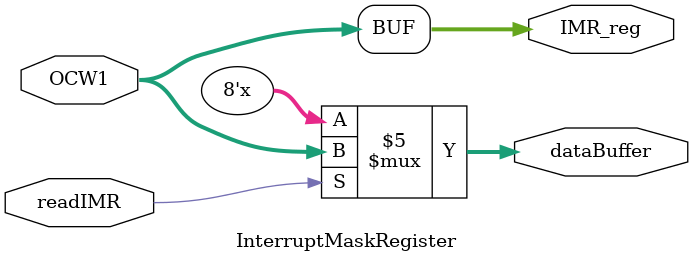
<source format=v>
/**
* @brief Interrupt Mask Register (IMR) 8-bit register which contains 
* the interrupt request lines which are masked.
* 
* - This module is conneted to the OCW1 line to know which IR is masked.
* - Connected to the control logic with readIMR signal, if it is active, the IMW 
*   valuse are printed to the dataBuffer so the cpu read it.
* - IMR_reg is connected to the IRR module, if a bit is one, than the corresponding 
*   IR is masked and rejected.
* - dataBuffer lines are connected to the Data Buffer module.
*/
module InterruptMaskRegister(
  input wire [7:0] OCW1, //OCW1 commands to know which bits are masked. conected to the R/D logic.
  input wire readIMR, // To put the IMR_reg into the internal data lines, connected to the control logic.
  output wire [7:0] IMR_reg, //IMR (status) register, connected to IRR.
  output reg [7:0] dataBuffer = 8'bz // Internal data bus that is connected to the data buffer.
);
//compinational circuit.
assign IMR_reg = OCW1;

/*
 * On any readIMR change, if it became one, add the IMR_reg
 * or OCW1 on the internal data bus, other wise add z (high impedance)
 * as if it is not connected to the lines.
 */
always@ (readIMR) begin
  if(readIMR == 1)
    dataBuffer <= OCW1;
  else
    dataBuffer <= 8'bz;
end

endmodule
</source>
